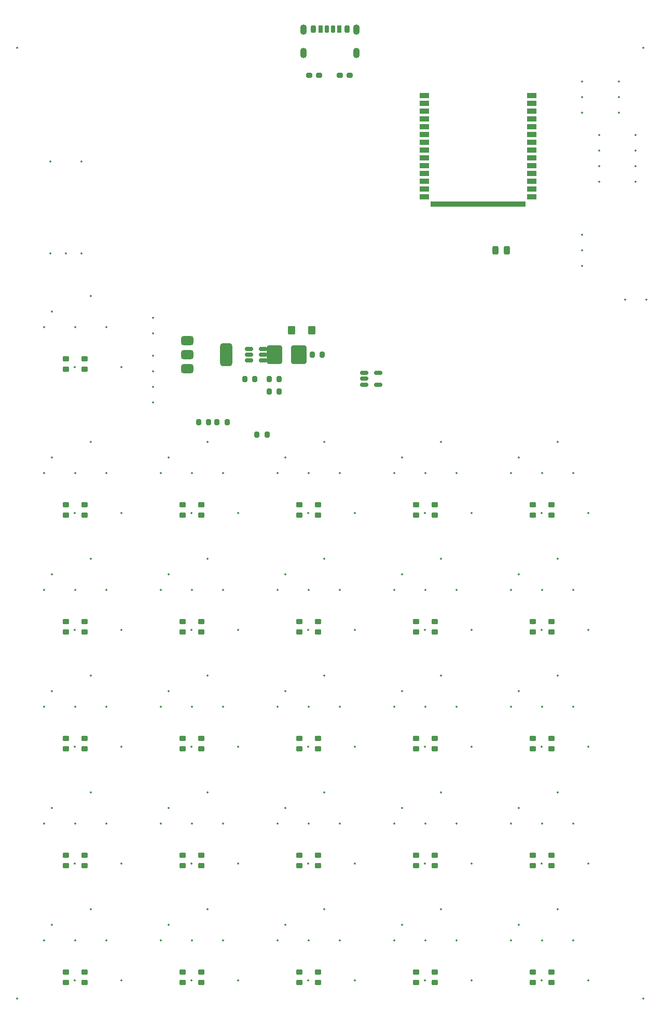
<source format=gbr>
%TF.GenerationSoftware,KiCad,Pcbnew,9.0.7*%
%TF.CreationDate,2026-03-01T07:38:40-05:00*%
%TF.ProjectId,Macropad,4d616372-6f70-4616-942e-6b696361645f,rev?*%
%TF.SameCoordinates,Original*%
%TF.FileFunction,Paste,Top*%
%TF.FilePolarity,Positive*%
%FSLAX46Y46*%
G04 Gerber Fmt 4.6, Leading zero omitted, Abs format (unit mm)*
G04 Created by KiCad (PCBNEW 9.0.7) date 2026-03-01 07:38:40*
%MOMM*%
%LPD*%
G01*
G04 APERTURE LIST*
G04 Aperture macros list*
%AMRoundRect*
0 Rectangle with rounded corners*
0 $1 Rounding radius*
0 $2 $3 $4 $5 $6 $7 $8 $9 X,Y pos of 4 corners*
0 Add a 4 corners polygon primitive as box body*
4,1,4,$2,$3,$4,$5,$6,$7,$8,$9,$2,$3,0*
0 Add four circle primitives for the rounded corners*
1,1,$1+$1,$2,$3*
1,1,$1+$1,$4,$5*
1,1,$1+$1,$6,$7*
1,1,$1+$1,$8,$9*
0 Add four rect primitives between the rounded corners*
20,1,$1+$1,$2,$3,$4,$5,0*
20,1,$1+$1,$4,$5,$6,$7,0*
20,1,$1+$1,$6,$7,$8,$9,0*
20,1,$1+$1,$8,$9,$2,$3,0*%
G04 Aperture macros list end*
%ADD10RoundRect,0.160000X-0.390000X-0.240000X0.390000X-0.240000X0.390000X0.240000X-0.390000X0.240000X0*%
%ADD11RoundRect,0.200000X-0.200000X-0.275000X0.200000X-0.275000X0.200000X0.275000X-0.200000X0.275000X0*%
%ADD12RoundRect,0.150000X-0.512500X-0.150000X0.512500X-0.150000X0.512500X0.150000X-0.512500X0.150000X0*%
%ADD13RoundRect,0.250000X-1.000000X-1.250000X1.000000X-1.250000X1.000000X1.250000X-1.000000X1.250000X0*%
%ADD14RoundRect,0.243750X-0.243750X-0.456250X0.243750X-0.456250X0.243750X0.456250X-0.243750X0.456250X0*%
%ADD15RoundRect,0.200000X0.275000X-0.200000X0.275000X0.200000X-0.275000X0.200000X-0.275000X-0.200000X0*%
%ADD16RoundRect,0.175000X-0.175000X-0.425000X0.175000X-0.425000X0.175000X0.425000X-0.175000X0.425000X0*%
%ADD17RoundRect,0.190000X0.190000X0.410000X-0.190000X0.410000X-0.190000X-0.410000X0.190000X-0.410000X0*%
%ADD18RoundRect,0.200000X0.200000X0.400000X-0.200000X0.400000X-0.200000X-0.400000X0.200000X-0.400000X0*%
%ADD19RoundRect,0.175000X0.175000X0.425000X-0.175000X0.425000X-0.175000X-0.425000X0.175000X-0.425000X0*%
%ADD20RoundRect,0.190000X-0.190000X-0.410000X0.190000X-0.410000X0.190000X0.410000X-0.190000X0.410000X0*%
%ADD21RoundRect,0.200000X-0.200000X-0.400000X0.200000X-0.400000X0.200000X0.400000X-0.200000X0.400000X0*%
%ADD22O,1.100000X1.700000*%
%ADD23RoundRect,0.240000X-0.360000X-0.460000X0.360000X-0.460000X0.360000X0.460000X-0.360000X0.460000X0*%
%ADD24RoundRect,0.375000X-0.625000X-0.375000X0.625000X-0.375000X0.625000X0.375000X-0.625000X0.375000X0*%
%ADD25RoundRect,0.500000X-0.500000X-1.400000X0.500000X-1.400000X0.500000X1.400000X-0.500000X1.400000X0*%
%ADD26R,1.500000X0.900000*%
%ADD27C,0.350000*%
%ADD28O,0.600000X1.200000*%
G04 APERTURE END LIST*
D10*
%TO.C,RGB1*%
X7975000Y-14675000D03*
X11075000Y-14675000D03*
X11075000Y-16375000D03*
X7975000Y-16375000D03*
%TD*%
%TO.C,RGB2*%
X7975000Y-38487000D03*
X11075000Y-38487000D03*
X11075000Y-40187000D03*
X7975000Y-40187000D03*
%TD*%
%TO.C,RGB26*%
X84175000Y-114688000D03*
X87275000Y-114688000D03*
X87275000Y-116388000D03*
X84175000Y-116388000D03*
%TD*%
%TO.C,RGB7*%
X7975000Y-57538000D03*
X11075000Y-57538000D03*
X11075000Y-59238000D03*
X7975000Y-59238000D03*
%TD*%
%TO.C,RGB22*%
X7975000Y-114688000D03*
X11075000Y-114688000D03*
X11075000Y-116388000D03*
X7975000Y-116388000D03*
%TD*%
D11*
%TO.C,C402*%
X32675000Y-25000000D03*
X34325000Y-25000000D03*
%TD*%
D10*
%TO.C,RGB21*%
X84175000Y-95637000D03*
X87275000Y-95637000D03*
X87275000Y-97337000D03*
X84175000Y-97337000D03*
%TD*%
%TO.C,RGB15*%
X65125000Y-76588000D03*
X68225000Y-76588000D03*
X68225000Y-78288000D03*
X65125000Y-78288000D03*
%TD*%
D12*
%TO.C,U403*%
X56725000Y-17000000D03*
X56725000Y-17950000D03*
X56725000Y-18900000D03*
X59000000Y-18900000D03*
X59000000Y-17000000D03*
%TD*%
D11*
%TO.C,C404*%
X37175000Y-18000000D03*
X38825000Y-18000000D03*
%TD*%
D10*
%TO.C,RGB23*%
X27025000Y-114688000D03*
X30125000Y-114688000D03*
X30125000Y-116388000D03*
X27025000Y-116388000D03*
%TD*%
%TO.C,RGB16*%
X84175000Y-76588000D03*
X87275000Y-76588000D03*
X87275000Y-78288000D03*
X84175000Y-78288000D03*
%TD*%
D11*
%TO.C,R404*%
X39175000Y-27050000D03*
X40825000Y-27050000D03*
%TD*%
D10*
%TO.C,RGB8*%
X27025000Y-57538000D03*
X30125000Y-57538000D03*
X30125000Y-59238000D03*
X27025000Y-59238000D03*
%TD*%
D12*
%TO.C,U404*%
X37862500Y-13050000D03*
X37862500Y-14000000D03*
X37862500Y-14950000D03*
X40137500Y-14950000D03*
X40137500Y-14000000D03*
X40137500Y-13050000D03*
%TD*%
D10*
%TO.C,RGB14*%
X46075000Y-76588000D03*
X49175000Y-76588000D03*
X49175000Y-78288000D03*
X46075000Y-78288000D03*
%TD*%
D11*
%TO.C,C405*%
X48175000Y-14000000D03*
X49825000Y-14000000D03*
%TD*%
D13*
%TO.C,L401*%
X42000000Y-14000000D03*
X46000000Y-14000000D03*
%TD*%
D10*
%TO.C,RGB9*%
X46075000Y-57538000D03*
X49175000Y-57538000D03*
X49175000Y-59238000D03*
X46075000Y-59238000D03*
%TD*%
D14*
%TO.C,R401*%
X78122500Y3000000D03*
X79997500Y3000000D03*
%TD*%
D10*
%TO.C,RGB18*%
X27025000Y-95637000D03*
X30125000Y-95637000D03*
X30125000Y-97337000D03*
X27025000Y-97337000D03*
%TD*%
%TO.C,RGB6*%
X84175000Y-38487000D03*
X87275000Y-38487000D03*
X87275000Y-40187000D03*
X84175000Y-40187000D03*
%TD*%
D15*
%TO.C,R403*%
X52675000Y31500000D03*
X54325000Y31500000D03*
%TD*%
D11*
%TO.C,C403*%
X29675000Y-25000000D03*
X31325000Y-25000000D03*
%TD*%
D10*
%TO.C,RGB13*%
X27025000Y-76588000D03*
X30125000Y-76588000D03*
X30125000Y-78288000D03*
X27025000Y-78288000D03*
%TD*%
%TO.C,RGB11*%
X84175000Y-57538000D03*
X87275000Y-57538000D03*
X87275000Y-59238000D03*
X84175000Y-59238000D03*
%TD*%
%TO.C,RGB25*%
X65125000Y-114688000D03*
X68225000Y-114688000D03*
X68225000Y-116388000D03*
X65125000Y-116388000D03*
%TD*%
D11*
%TO.C,R406*%
X41175000Y-20000000D03*
X42825000Y-20000000D03*
%TD*%
D16*
%TO.C,J402*%
X50625000Y39080000D03*
D17*
X52645000Y39080000D03*
D18*
X53875000Y39080000D03*
D19*
X51625000Y39080000D03*
D20*
X49605000Y39080000D03*
D21*
X48375000Y39080000D03*
D22*
X46805000Y39000000D03*
X46805000Y35200000D03*
X55445000Y39000000D03*
X55445000Y35200000D03*
%TD*%
D10*
%TO.C,RGB3*%
X27025000Y-38487000D03*
X30125000Y-38487000D03*
X30125000Y-40187000D03*
X27025000Y-40187000D03*
%TD*%
%TO.C,RGB4*%
X46075000Y-38487000D03*
X49175000Y-38487000D03*
X49175000Y-40187000D03*
X46075000Y-40187000D03*
%TD*%
%TO.C,RGB5*%
X65125000Y-38487000D03*
X68225000Y-38487000D03*
X68225000Y-40187000D03*
X65125000Y-40187000D03*
%TD*%
D23*
%TO.C,D401*%
X44850000Y-10000000D03*
X48150000Y-10000000D03*
%TD*%
D24*
%TO.C,U402*%
X27850000Y-11700000D03*
X27850000Y-14000000D03*
D25*
X34150000Y-14000000D03*
D24*
X27850000Y-16300000D03*
%TD*%
D11*
%TO.C,R405*%
X41175000Y-18000000D03*
X42825000Y-18000000D03*
%TD*%
D10*
%TO.C,RGB17*%
X7975000Y-95637000D03*
X11075000Y-95637000D03*
X11075000Y-97337000D03*
X7975000Y-97337000D03*
%TD*%
%TO.C,RGB24*%
X46075000Y-114688000D03*
X49175000Y-114688000D03*
X49175000Y-116388000D03*
X46075000Y-116388000D03*
%TD*%
%TO.C,RGB12*%
X7975000Y-76588000D03*
X11075000Y-76588000D03*
X11075000Y-78288000D03*
X7975000Y-78288000D03*
%TD*%
%TO.C,RGB10*%
X65125000Y-57538000D03*
X68225000Y-57538000D03*
X68225000Y-59238000D03*
X65125000Y-59238000D03*
%TD*%
%TO.C,RGB19*%
X46075000Y-95637000D03*
X49175000Y-95637000D03*
X49175000Y-97337000D03*
X46075000Y-97337000D03*
%TD*%
%TO.C,RGB20*%
X65125000Y-95637000D03*
X68225000Y-95637000D03*
X68225000Y-97337000D03*
X65125000Y-97337000D03*
%TD*%
D26*
%TO.C,U901*%
X66500000Y28260000D03*
X66500000Y26990000D03*
X66500000Y25720000D03*
X66500000Y24450000D03*
X66500000Y23180000D03*
X66500000Y21910000D03*
X66500000Y20640000D03*
X66500000Y19370000D03*
X66500000Y18100000D03*
X66500000Y16830000D03*
X66500000Y15560000D03*
X66500000Y14290000D03*
X66500000Y13020000D03*
X66500000Y11750000D03*
X68265000Y10500000D03*
X69535000Y10500000D03*
X70805000Y10500000D03*
X72075000Y10500000D03*
X73345000Y10500000D03*
X74615000Y10500000D03*
X75885000Y10500000D03*
X77155000Y10500000D03*
X78425000Y10500000D03*
X79695000Y10500000D03*
X80965000Y10500000D03*
X82235000Y10500000D03*
X84000000Y11750000D03*
X84000000Y13020000D03*
X84000000Y14290000D03*
X84000000Y15560000D03*
X84000000Y16830000D03*
X84000000Y18100000D03*
X84000000Y19370000D03*
X84000000Y20640000D03*
X84000000Y21910000D03*
X84000000Y23180000D03*
X84000000Y24450000D03*
X84000000Y25720000D03*
X84000000Y26990000D03*
X84000000Y28260000D03*
%TD*%
D15*
%TO.C,R402*%
X47675000Y31500000D03*
X49325000Y31500000D03*
%TD*%
D27*
X92250000Y25460000D03*
X92250000Y28000000D03*
X92250000Y30540000D03*
X80645000Y-109538000D03*
X85725000Y-109538000D03*
X90805000Y-109538000D03*
X81915000Y-106998000D03*
X88265000Y-104458000D03*
X42545000Y-71438000D03*
X47625000Y-71438000D03*
X52705000Y-71438000D03*
X43815000Y-68898000D03*
X50165000Y-66358000D03*
X99250000Y-5000000D03*
X102750000Y-5000000D03*
X102250000Y-119000000D03*
X61595000Y-52388000D03*
X66675000Y-52388000D03*
X71755000Y-52388000D03*
X62865000Y-49848000D03*
X69215000Y-47308000D03*
X23495000Y-109538000D03*
X28575000Y-109538000D03*
X33655000Y-109538000D03*
X24765000Y-106998000D03*
X31115000Y-104458000D03*
X80645000Y-90487000D03*
X85725000Y-90487000D03*
X90805000Y-90487000D03*
X81915000Y-87947000D03*
X88265000Y-85407000D03*
X101000000Y14190000D03*
X101000000Y16730000D03*
X101000000Y19270000D03*
X101000000Y21810000D03*
X80645000Y-71438000D03*
X85725000Y-71438000D03*
X90805000Y-71438000D03*
X81915000Y-68898000D03*
X88265000Y-66358000D03*
X92250000Y460000D03*
X92250000Y3000000D03*
X92250000Y5540000D03*
X102250000Y36000000D03*
X80645000Y-52388000D03*
X85725000Y-52388000D03*
X90805000Y-52388000D03*
X81915000Y-49848000D03*
X88265000Y-47308000D03*
X22250000Y-8000000D03*
X22250000Y-10540000D03*
X61595000Y-33337000D03*
X66675000Y-33337000D03*
X71755000Y-33337000D03*
X62865000Y-30797000D03*
X69215000Y-28257000D03*
X42545000Y-109538000D03*
X47625000Y-109538000D03*
X52705000Y-109538000D03*
X43815000Y-106998000D03*
X50165000Y-104458000D03*
X42545000Y-90487000D03*
X47625000Y-90487000D03*
X52705000Y-90487000D03*
X43815000Y-87947000D03*
X50165000Y-85407000D03*
X61595000Y-109538000D03*
X66675000Y-109538000D03*
X71755000Y-109538000D03*
X62865000Y-106998000D03*
X69215000Y-104458000D03*
X4445000Y-52388000D03*
X9525000Y-52388000D03*
X14605000Y-52388000D03*
X5715000Y-49848000D03*
X12065000Y-47308000D03*
X0Y-119000000D03*
X4445000Y-109538000D03*
X9525000Y-109538000D03*
X14605000Y-109538000D03*
X5715000Y-106998000D03*
X12065000Y-104458000D03*
X4445000Y-9525000D03*
X9525000Y-9525000D03*
X14605000Y-9525000D03*
X5715000Y-6985000D03*
X12065000Y-4445000D03*
X0Y36000000D03*
X61595000Y-71438000D03*
X66675000Y-71438000D03*
X71755000Y-71438000D03*
X62865000Y-68898000D03*
X69215000Y-66358000D03*
D28*
X46805000Y39000000D03*
X46805000Y35200000D03*
X55445000Y39000000D03*
X55445000Y35200000D03*
D27*
X95000000Y14190000D03*
X95000000Y16730000D03*
X95000000Y19270000D03*
X95000000Y21810000D03*
X23495000Y-33337000D03*
X28575000Y-33337000D03*
X33655000Y-33337000D03*
X24765000Y-30797000D03*
X31115000Y-28257000D03*
X4445000Y-90487000D03*
X9525000Y-90487000D03*
X14605000Y-90487000D03*
X5715000Y-87947000D03*
X12065000Y-85407000D03*
X98250000Y25460000D03*
X98250000Y28000000D03*
X98250000Y30540000D03*
X23495000Y-90487000D03*
X28575000Y-90487000D03*
X33655000Y-90487000D03*
X24765000Y-87947000D03*
X31115000Y-85407000D03*
X42545000Y-52388000D03*
X47625000Y-52388000D03*
X52705000Y-52388000D03*
X43815000Y-49848000D03*
X50165000Y-47308000D03*
X23495000Y-52388000D03*
X28575000Y-52388000D03*
X33655000Y-52388000D03*
X24765000Y-49848000D03*
X31115000Y-47308000D03*
X23495000Y-71438000D03*
X28575000Y-71438000D03*
X33655000Y-71438000D03*
X24765000Y-68898000D03*
X31115000Y-66358000D03*
X80645000Y-33337000D03*
X85725000Y-33337000D03*
X90805000Y-33337000D03*
X81915000Y-30797000D03*
X88265000Y-28257000D03*
X22250000Y-21810000D03*
X22250000Y-19270000D03*
X22250000Y-16730000D03*
X22250000Y-14190000D03*
X42545000Y-33337000D03*
X47625000Y-33337000D03*
X52705000Y-33337000D03*
X43815000Y-30797000D03*
X50165000Y-28257000D03*
X4445000Y-71438000D03*
X9525000Y-71438000D03*
X14605000Y-71438000D03*
X5715000Y-68898000D03*
X12065000Y-66358000D03*
X5500000Y2500000D03*
X10500000Y2500000D03*
X8000000Y2500000D03*
X5500000Y17500000D03*
X10500000Y17500000D03*
X61595000Y-90487000D03*
X66675000Y-90487000D03*
X71755000Y-90487000D03*
X62865000Y-87947000D03*
X69215000Y-85407000D03*
X4445000Y-33337000D03*
X9525000Y-33337000D03*
X14605000Y-33337000D03*
X5715000Y-30797000D03*
X12065000Y-28257000D03*
X36075000Y-77938000D03*
X28455000Y-77938000D03*
X55125000Y-77938000D03*
X47505000Y-77938000D03*
X93225000Y-77938000D03*
X85605000Y-77938000D03*
X55125000Y-58888000D03*
X47505000Y-58888000D03*
X17025000Y-16025000D03*
X9405000Y-16025000D03*
X74175000Y-58888000D03*
X66555000Y-58888000D03*
X74175000Y-39837000D03*
X66555000Y-39837000D03*
X55125000Y-39837000D03*
X47505000Y-39837000D03*
X93225000Y-39837000D03*
X85605000Y-39837000D03*
X17025000Y-39837000D03*
X9405000Y-39837000D03*
X36075000Y-116038000D03*
X28455000Y-116038000D03*
X36075000Y-39837000D03*
X28455000Y-39837000D03*
X55125000Y-96987000D03*
X47505000Y-96987000D03*
X55125000Y-116038000D03*
X47505000Y-116038000D03*
X74175000Y-77938000D03*
X66555000Y-77938000D03*
X74175000Y-116038000D03*
X66555000Y-116038000D03*
X36075000Y-96987000D03*
X28455000Y-96987000D03*
X17025000Y-77938000D03*
X9405000Y-77938000D03*
X36075000Y-58888000D03*
X28455000Y-58888000D03*
X93225000Y-96987000D03*
X85605000Y-96987000D03*
X93225000Y-116038000D03*
X85605000Y-116038000D03*
X93225000Y-58888000D03*
X85605000Y-58888000D03*
X17025000Y-58888000D03*
X9405000Y-58888000D03*
X17025000Y-116038000D03*
X9405000Y-116038000D03*
X17025000Y-96987000D03*
X9405000Y-96987000D03*
X74175000Y-96987000D03*
X66555000Y-96987000D03*
M02*

</source>
